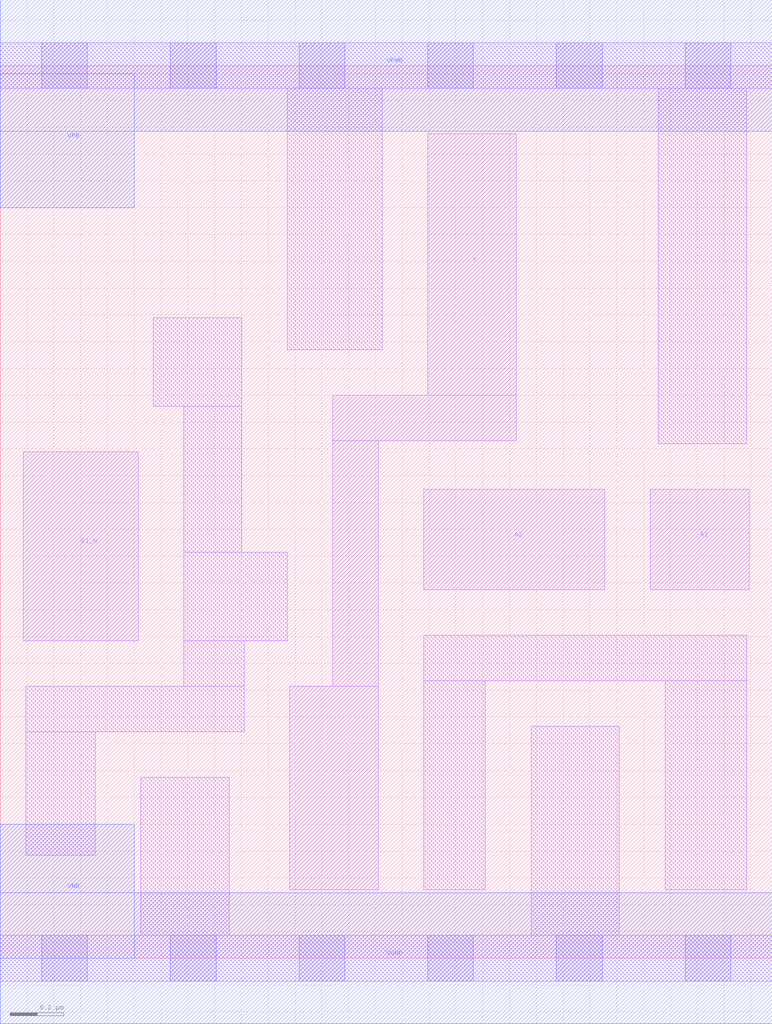
<source format=lef>
# Copyright 2020 The SkyWater PDK Authors
#
# Licensed under the Apache License, Version 2.0 (the "License");
# you may not use this file except in compliance with the License.
# You may obtain a copy of the License at
#
#     https://www.apache.org/licenses/LICENSE-2.0
#
# Unless required by applicable law or agreed to in writing, software
# distributed under the License is distributed on an "AS IS" BASIS,
# WITHOUT WARRANTIES OR CONDITIONS OF ANY KIND, either express or implied.
# See the License for the specific language governing permissions and
# limitations under the License.
#
# SPDX-License-Identifier: Apache-2.0

VERSION 5.5 ;
NAMESCASESENSITIVE ON ;
BUSBITCHARS "[]" ;
DIVIDERCHAR "/" ;
MACRO sky130_fd_sc_lp__o21bai_1
  CLASS CORE ;
  SOURCE USER ;
  ORIGIN  0.000000  0.000000 ;
  SIZE  2.880000 BY  3.330000 ;
  SYMMETRY X Y R90 ;
  SITE unit ;
  PIN A1
    ANTENNAGATEAREA  0.315000 ;
    DIRECTION INPUT ;
    USE SIGNAL ;
    PORT
      LAYER li1 ;
        RECT 2.425000 1.375000 2.795000 1.750000 ;
    END
  END A1
  PIN A2
    ANTENNAGATEAREA  0.315000 ;
    DIRECTION INPUT ;
    USE SIGNAL ;
    PORT
      LAYER li1 ;
        RECT 1.580000 1.375000 2.255000 1.750000 ;
    END
  END A2
  PIN B1_N
    ANTENNAGATEAREA  0.126000 ;
    DIRECTION INPUT ;
    USE SIGNAL ;
    PORT
      LAYER li1 ;
        RECT 0.085000 1.185000 0.515000 1.890000 ;
    END
  END B1_N
  PIN Y
    ANTENNADIFFAREA  0.764400 ;
    DIRECTION OUTPUT ;
    USE SIGNAL ;
    PORT
      LAYER li1 ;
        RECT 1.080000 0.255000 1.410000 1.015000 ;
        RECT 1.240000 1.015000 1.410000 1.930000 ;
        RECT 1.240000 1.930000 1.925000 2.100000 ;
        RECT 1.595000 2.100000 1.925000 3.075000 ;
    END
  END Y
  PIN VGND
    DIRECTION INOUT ;
    USE GROUND ;
    PORT
      LAYER met1 ;
        RECT 0.000000 -0.245000 2.880000 0.245000 ;
    END
  END VGND
  PIN VNB
    DIRECTION INOUT ;
    USE GROUND ;
    PORT
      LAYER met1 ;
        RECT 0.000000 0.000000 0.500000 0.500000 ;
    END
  END VNB
  PIN VPB
    DIRECTION INOUT ;
    USE POWER ;
    PORT
      LAYER met1 ;
        RECT 0.000000 2.800000 0.500000 3.300000 ;
    END
  END VPB
  PIN VPWR
    DIRECTION INOUT ;
    USE POWER ;
    PORT
      LAYER met1 ;
        RECT 0.000000 3.085000 2.880000 3.575000 ;
    END
  END VPWR
  OBS
    LAYER li1 ;
      RECT 0.000000 -0.085000 2.880000 0.085000 ;
      RECT 0.000000  3.245000 2.880000 3.415000 ;
      RECT 0.095000  0.385000 0.355000 0.845000 ;
      RECT 0.095000  0.845000 0.910000 1.015000 ;
      RECT 0.525000  0.085000 0.855000 0.675000 ;
      RECT 0.570000  2.060000 0.900000 2.390000 ;
      RECT 0.685000  1.015000 0.910000 1.185000 ;
      RECT 0.685000  1.185000 1.070000 1.515000 ;
      RECT 0.685000  1.515000 0.900000 2.060000 ;
      RECT 1.070000  2.270000 1.425000 3.245000 ;
      RECT 1.580000  0.255000 1.810000 1.035000 ;
      RECT 1.580000  1.035000 2.785000 1.205000 ;
      RECT 1.980000  0.085000 2.310000 0.865000 ;
      RECT 2.455000  1.920000 2.785000 3.245000 ;
      RECT 2.480000  0.255000 2.785000 1.035000 ;
    LAYER mcon ;
      RECT 0.155000 -0.085000 0.325000 0.085000 ;
      RECT 0.155000  3.245000 0.325000 3.415000 ;
      RECT 0.635000 -0.085000 0.805000 0.085000 ;
      RECT 0.635000  3.245000 0.805000 3.415000 ;
      RECT 1.115000 -0.085000 1.285000 0.085000 ;
      RECT 1.115000  3.245000 1.285000 3.415000 ;
      RECT 1.595000 -0.085000 1.765000 0.085000 ;
      RECT 1.595000  3.245000 1.765000 3.415000 ;
      RECT 2.075000 -0.085000 2.245000 0.085000 ;
      RECT 2.075000  3.245000 2.245000 3.415000 ;
      RECT 2.555000 -0.085000 2.725000 0.085000 ;
      RECT 2.555000  3.245000 2.725000 3.415000 ;
  END
END sky130_fd_sc_lp__o21bai_1

</source>
